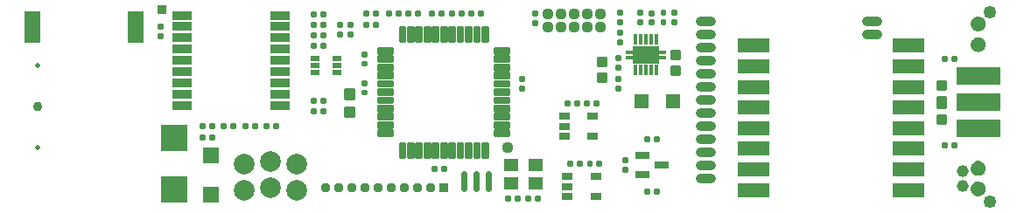
<source format=gts>
G04 EAGLE Gerber RS-274X export*
G75*
%MOMM*%
%FSLAX34Y34*%
%LPD*%
%INTop Solder Mask*%
%IPPOS*%
%AMOC8*
5,1,8,0,0,1.08239X$1,22.5*%
G01*
%ADD10C,0.927000*%
%ADD11C,0.477000*%
%ADD12C,0.376200*%
%ADD13C,1.127000*%
%ADD14C,0.927000*%
%ADD15C,0.444859*%
%ADD16C,0.577000*%
%ADD17C,2.006600*%
%ADD18R,0.939800X0.939800*%
%ADD19C,0.939800*%
%ADD20C,0.428259*%
%ADD21R,1.527000X3.127000*%
%ADD22R,1.927000X0.827000*%
%ADD23R,1.927000X0.927000*%
%ADD24R,2.527000X2.527000*%
%ADD25R,1.527000X1.527000*%
%ADD26R,0.423800X0.977000*%
%ADD27R,2.527000X1.777000*%
%ADD28R,0.827000X0.407000*%
%ADD29C,0.345438*%
%ADD30R,1.427000X1.427000*%
%ADD31R,0.939800X0.482600*%
%ADD32R,1.327000X1.227000*%
%ADD33R,1.104900X0.635000*%
%ADD34R,3.127000X1.327000*%
%ADD35R,4.191000X1.651000*%
%ADD36R,1.327000X0.727000*%
%ADD37C,1.177000*%
%ADD38R,0.927000X0.927000*%
%ADD39C,1.252000*%

G36*
X931347Y172888D02*
X931347Y172888D01*
X931393Y172901D01*
X931469Y172912D01*
X932707Y173284D01*
X932750Y173306D01*
X932822Y173332D01*
X933963Y173939D01*
X934001Y173968D01*
X934067Y174007D01*
X935067Y174825D01*
X935099Y174862D01*
X935155Y174913D01*
X935977Y175911D01*
X936001Y175953D01*
X936046Y176014D01*
X936658Y177153D01*
X936672Y177199D01*
X936705Y177268D01*
X937082Y178504D01*
X937088Y178552D01*
X937107Y178626D01*
X937235Y179912D01*
X937231Y179960D01*
X937235Y180036D01*
X937111Y181327D01*
X937098Y181373D01*
X937087Y181449D01*
X936713Y182691D01*
X936691Y182734D01*
X936665Y182806D01*
X936056Y183951D01*
X936027Y183989D01*
X935987Y184055D01*
X935166Y185059D01*
X935130Y185090D01*
X935079Y185147D01*
X934077Y185972D01*
X934035Y185996D01*
X933974Y186041D01*
X932831Y186655D01*
X932786Y186670D01*
X932717Y186703D01*
X931476Y187081D01*
X931428Y187087D01*
X931354Y187106D01*
X930063Y187235D01*
X930015Y187231D01*
X929938Y187235D01*
X928649Y187109D01*
X928603Y187095D01*
X928528Y187084D01*
X927289Y186709D01*
X927246Y186687D01*
X927216Y186676D01*
X927213Y186676D01*
X927211Y186674D01*
X927174Y186661D01*
X926032Y186051D01*
X925994Y186021D01*
X925928Y185982D01*
X924928Y185160D01*
X924896Y185124D01*
X924840Y185072D01*
X924018Y184072D01*
X923995Y184030D01*
X923949Y183968D01*
X923339Y182826D01*
X923324Y182781D01*
X923291Y182711D01*
X922916Y181473D01*
X922910Y181425D01*
X922892Y181351D01*
X922765Y180062D01*
X922769Y180014D01*
X922765Y179938D01*
X922892Y178649D01*
X922905Y178603D01*
X922916Y178528D01*
X923292Y177289D01*
X923314Y177246D01*
X923339Y177174D01*
X923950Y176032D01*
X923979Y175994D01*
X924019Y175929D01*
X924840Y174928D01*
X924877Y174897D01*
X924928Y174840D01*
X925929Y174019D01*
X925971Y173995D01*
X926032Y173950D01*
X927174Y173339D01*
X927220Y173325D01*
X927289Y173292D01*
X928528Y172916D01*
X928575Y172910D01*
X928649Y172892D01*
X929938Y172765D01*
X929985Y172769D01*
X930061Y172765D01*
X931347Y172888D01*
G37*
G36*
X931347Y152888D02*
X931347Y152888D01*
X931393Y152901D01*
X931469Y152912D01*
X932707Y153284D01*
X932750Y153306D01*
X932822Y153332D01*
X933963Y153939D01*
X934001Y153968D01*
X934067Y154007D01*
X935067Y154825D01*
X935099Y154862D01*
X935155Y154913D01*
X935977Y155911D01*
X936001Y155953D01*
X936046Y156014D01*
X936658Y157153D01*
X936672Y157199D01*
X936705Y157268D01*
X937082Y158504D01*
X937088Y158552D01*
X937107Y158626D01*
X937235Y159912D01*
X937231Y159960D01*
X937235Y160036D01*
X937111Y161327D01*
X937098Y161373D01*
X937087Y161449D01*
X936713Y162691D01*
X936691Y162734D01*
X936665Y162806D01*
X936056Y163951D01*
X936027Y163989D01*
X935987Y164055D01*
X935166Y165059D01*
X935130Y165090D01*
X935079Y165147D01*
X934077Y165972D01*
X934035Y165996D01*
X933974Y166041D01*
X932831Y166655D01*
X932786Y166670D01*
X932717Y166703D01*
X931476Y167081D01*
X931428Y167087D01*
X931354Y167106D01*
X930063Y167235D01*
X930015Y167231D01*
X929938Y167235D01*
X928649Y167109D01*
X928603Y167095D01*
X928528Y167084D01*
X927289Y166709D01*
X927246Y166687D01*
X927216Y166676D01*
X927213Y166676D01*
X927211Y166674D01*
X927174Y166661D01*
X926032Y166051D01*
X925994Y166021D01*
X925928Y165982D01*
X924928Y165160D01*
X924896Y165124D01*
X924840Y165072D01*
X924018Y164072D01*
X923995Y164030D01*
X923949Y163968D01*
X923339Y162826D01*
X923324Y162781D01*
X923291Y162711D01*
X922916Y161473D01*
X922910Y161425D01*
X922892Y161351D01*
X922765Y160062D01*
X922769Y160014D01*
X922765Y159938D01*
X922892Y158649D01*
X922905Y158603D01*
X922916Y158528D01*
X923292Y157289D01*
X923314Y157246D01*
X923339Y157174D01*
X923950Y156032D01*
X923979Y155994D01*
X924019Y155929D01*
X924840Y154928D01*
X924877Y154897D01*
X924928Y154840D01*
X925929Y154019D01*
X925971Y153995D01*
X926032Y153950D01*
X927174Y153339D01*
X927220Y153325D01*
X927289Y153292D01*
X928528Y152916D01*
X928575Y152910D01*
X928649Y152892D01*
X929938Y152765D01*
X929985Y152769D01*
X930061Y152765D01*
X931347Y152888D01*
G37*
G36*
X931347Y32888D02*
X931347Y32888D01*
X931393Y32901D01*
X931469Y32912D01*
X932707Y33284D01*
X932750Y33306D01*
X932822Y33332D01*
X933963Y33939D01*
X934001Y33968D01*
X934067Y34007D01*
X935067Y34825D01*
X935099Y34862D01*
X935155Y34913D01*
X935977Y35911D01*
X936001Y35953D01*
X936046Y36014D01*
X936658Y37153D01*
X936672Y37199D01*
X936705Y37268D01*
X937082Y38504D01*
X937088Y38552D01*
X937107Y38626D01*
X937235Y39912D01*
X937231Y39960D01*
X937235Y40036D01*
X937111Y41327D01*
X937098Y41373D01*
X937087Y41449D01*
X936713Y42691D01*
X936691Y42734D01*
X936665Y42806D01*
X936056Y43951D01*
X936027Y43989D01*
X935987Y44055D01*
X935166Y45059D01*
X935130Y45090D01*
X935079Y45147D01*
X934077Y45972D01*
X934035Y45996D01*
X933974Y46041D01*
X932831Y46655D01*
X932786Y46670D01*
X932717Y46703D01*
X931476Y47081D01*
X931428Y47087D01*
X931354Y47106D01*
X930063Y47235D01*
X930015Y47231D01*
X929938Y47235D01*
X928649Y47109D01*
X928603Y47095D01*
X928528Y47084D01*
X927289Y46709D01*
X927246Y46687D01*
X927216Y46676D01*
X927213Y46676D01*
X927211Y46674D01*
X927174Y46661D01*
X926032Y46051D01*
X925994Y46021D01*
X925928Y45982D01*
X924928Y45160D01*
X924896Y45124D01*
X924840Y45072D01*
X924018Y44072D01*
X923995Y44030D01*
X923949Y43968D01*
X923339Y42826D01*
X923324Y42781D01*
X923291Y42711D01*
X922916Y41473D01*
X922910Y41425D01*
X922892Y41351D01*
X922765Y40062D01*
X922769Y40014D01*
X922765Y39938D01*
X922892Y38649D01*
X922905Y38603D01*
X922916Y38528D01*
X923292Y37289D01*
X923314Y37246D01*
X923339Y37174D01*
X923950Y36032D01*
X923979Y35994D01*
X924019Y35929D01*
X924840Y34928D01*
X924877Y34897D01*
X924928Y34840D01*
X925929Y34019D01*
X925971Y33995D01*
X926032Y33950D01*
X927174Y33339D01*
X927220Y33325D01*
X927289Y33292D01*
X928528Y32916D01*
X928575Y32910D01*
X928649Y32892D01*
X929938Y32765D01*
X929985Y32769D01*
X930061Y32765D01*
X931347Y32888D01*
G37*
G36*
X931347Y12888D02*
X931347Y12888D01*
X931393Y12901D01*
X931469Y12912D01*
X932707Y13284D01*
X932750Y13306D01*
X932822Y13332D01*
X933963Y13939D01*
X934001Y13968D01*
X934067Y14007D01*
X935067Y14825D01*
X935099Y14862D01*
X935155Y14913D01*
X935977Y15911D01*
X936001Y15953D01*
X936046Y16014D01*
X936658Y17153D01*
X936672Y17199D01*
X936705Y17268D01*
X937082Y18504D01*
X937088Y18552D01*
X937107Y18626D01*
X937235Y19912D01*
X937231Y19960D01*
X937235Y20036D01*
X937111Y21327D01*
X937098Y21373D01*
X937087Y21449D01*
X936713Y22691D01*
X936691Y22734D01*
X936665Y22806D01*
X936056Y23951D01*
X936027Y23989D01*
X935987Y24055D01*
X935166Y25059D01*
X935130Y25090D01*
X935079Y25147D01*
X934077Y25972D01*
X934035Y25996D01*
X933974Y26041D01*
X932831Y26655D01*
X932786Y26670D01*
X932717Y26703D01*
X931476Y27081D01*
X931428Y27087D01*
X931354Y27106D01*
X930063Y27235D01*
X930015Y27231D01*
X929938Y27235D01*
X928649Y27109D01*
X928603Y27095D01*
X928528Y27084D01*
X927289Y26709D01*
X927246Y26687D01*
X927216Y26676D01*
X927213Y26676D01*
X927211Y26674D01*
X927174Y26661D01*
X926032Y26051D01*
X925994Y26021D01*
X925928Y25982D01*
X924928Y25160D01*
X924896Y25124D01*
X924840Y25072D01*
X924018Y24072D01*
X923995Y24030D01*
X923949Y23968D01*
X923339Y22826D01*
X923324Y22781D01*
X923291Y22711D01*
X922916Y21473D01*
X922910Y21425D01*
X922892Y21351D01*
X922765Y20062D01*
X922769Y20014D01*
X922765Y19938D01*
X922892Y18649D01*
X922905Y18603D01*
X922916Y18528D01*
X923292Y17289D01*
X923314Y17246D01*
X923339Y17174D01*
X923950Y16032D01*
X923979Y15994D01*
X924019Y15929D01*
X924840Y14928D01*
X924877Y14897D01*
X924928Y14840D01*
X925929Y14019D01*
X925971Y13995D01*
X926032Y13950D01*
X927174Y13339D01*
X927220Y13325D01*
X927289Y13292D01*
X928528Y12916D01*
X928575Y12910D01*
X928649Y12892D01*
X929938Y12765D01*
X929985Y12769D01*
X930061Y12765D01*
X931347Y12888D01*
G37*
D10*
X20000Y100000D03*
D11*
X20000Y140000D03*
X20000Y60000D03*
D12*
X412311Y40624D02*
X414819Y40624D01*
X414819Y38116D01*
X412311Y38116D01*
X412311Y40624D01*
X405569Y40624D02*
X403061Y40624D01*
X405569Y40624D02*
X405569Y38116D01*
X403061Y38116D01*
X403061Y40624D01*
D13*
X474472Y60198D03*
D14*
X661384Y30752D02*
X671384Y30752D01*
X671384Y183152D02*
X661384Y183152D01*
X821884Y183152D02*
X831884Y183152D01*
X831884Y170452D02*
X821884Y170452D01*
X671384Y43452D02*
X661384Y43452D01*
X661384Y56152D02*
X671384Y56152D01*
X671384Y68852D02*
X661384Y68852D01*
X661384Y81552D02*
X671384Y81552D01*
X671384Y94252D02*
X661384Y94252D01*
X661384Y106952D02*
X671384Y106952D01*
X671384Y119752D02*
X661384Y119752D01*
X661384Y132352D02*
X671384Y132352D01*
X671384Y144952D02*
X661384Y144952D01*
X661384Y157652D02*
X671384Y157652D01*
X671384Y170452D02*
X661384Y170452D01*
D15*
X371139Y63911D02*
X371139Y52089D01*
X371139Y63911D02*
X374361Y63911D01*
X374361Y52089D01*
X371139Y52089D01*
X371139Y56316D02*
X374361Y56316D01*
X374361Y60543D02*
X371139Y60543D01*
X379139Y63911D02*
X379139Y52089D01*
X379139Y63911D02*
X382361Y63911D01*
X382361Y52089D01*
X379139Y52089D01*
X379139Y56316D02*
X382361Y56316D01*
X382361Y60543D02*
X379139Y60543D01*
X387139Y63911D02*
X387139Y52089D01*
X387139Y63911D02*
X390361Y63911D01*
X390361Y52089D01*
X387139Y52089D01*
X387139Y56316D02*
X390361Y56316D01*
X390361Y60543D02*
X387139Y60543D01*
X395139Y63911D02*
X395139Y52089D01*
X395139Y63911D02*
X398361Y63911D01*
X398361Y52089D01*
X395139Y52089D01*
X395139Y56316D02*
X398361Y56316D01*
X398361Y60543D02*
X395139Y60543D01*
X403139Y63911D02*
X403139Y52089D01*
X403139Y63911D02*
X406361Y63911D01*
X406361Y52089D01*
X403139Y52089D01*
X403139Y56316D02*
X406361Y56316D01*
X406361Y60543D02*
X403139Y60543D01*
X411139Y63911D02*
X411139Y52089D01*
X411139Y63911D02*
X414361Y63911D01*
X414361Y52089D01*
X411139Y52089D01*
X411139Y56316D02*
X414361Y56316D01*
X414361Y60543D02*
X411139Y60543D01*
X419139Y63911D02*
X419139Y52089D01*
X419139Y63911D02*
X422361Y63911D01*
X422361Y52089D01*
X419139Y52089D01*
X419139Y56316D02*
X422361Y56316D01*
X422361Y60543D02*
X419139Y60543D01*
X427139Y63911D02*
X427139Y52089D01*
X427139Y63911D02*
X430361Y63911D01*
X430361Y52089D01*
X427139Y52089D01*
X427139Y56316D02*
X430361Y56316D01*
X430361Y60543D02*
X427139Y60543D01*
X435139Y63911D02*
X435139Y52089D01*
X435139Y63911D02*
X438361Y63911D01*
X438361Y52089D01*
X435139Y52089D01*
X435139Y56316D02*
X438361Y56316D01*
X438361Y60543D02*
X435139Y60543D01*
X443139Y63911D02*
X443139Y52089D01*
X443139Y63911D02*
X446361Y63911D01*
X446361Y52089D01*
X443139Y52089D01*
X443139Y56316D02*
X446361Y56316D01*
X446361Y60543D02*
X443139Y60543D01*
X451139Y63911D02*
X451139Y52089D01*
X451139Y63911D02*
X454361Y63911D01*
X454361Y52089D01*
X451139Y52089D01*
X451139Y56316D02*
X454361Y56316D01*
X454361Y60543D02*
X451139Y60543D01*
X463139Y72689D02*
X474961Y72689D01*
X463139Y72689D02*
X463139Y75911D01*
X474961Y75911D01*
X474961Y72689D01*
X474961Y80689D02*
X463139Y80689D01*
X463139Y83911D01*
X474961Y83911D01*
X474961Y80689D01*
X474961Y88689D02*
X463139Y88689D01*
X463139Y91911D01*
X474961Y91911D01*
X474961Y88689D01*
X474961Y96689D02*
X463139Y96689D01*
X463139Y99911D01*
X474961Y99911D01*
X474961Y96689D01*
X474961Y104689D02*
X463139Y104689D01*
X463139Y107911D01*
X474961Y107911D01*
X474961Y104689D01*
X474961Y112689D02*
X463139Y112689D01*
X463139Y115911D01*
X474961Y115911D01*
X474961Y112689D01*
X474961Y120689D02*
X463139Y120689D01*
X463139Y123911D01*
X474961Y123911D01*
X474961Y120689D01*
X474961Y128689D02*
X463139Y128689D01*
X463139Y131911D01*
X474961Y131911D01*
X474961Y128689D01*
X474961Y136689D02*
X463139Y136689D01*
X463139Y139911D01*
X474961Y139911D01*
X474961Y136689D01*
X474961Y144689D02*
X463139Y144689D01*
X463139Y147911D01*
X474961Y147911D01*
X474961Y144689D01*
X474961Y152689D02*
X463139Y152689D01*
X463139Y155911D01*
X474961Y155911D01*
X474961Y152689D01*
X454361Y164689D02*
X454361Y176511D01*
X454361Y164689D02*
X451139Y164689D01*
X451139Y176511D01*
X454361Y176511D01*
X454361Y168916D02*
X451139Y168916D01*
X451139Y173143D02*
X454361Y173143D01*
X446361Y176511D02*
X446361Y164689D01*
X443139Y164689D01*
X443139Y176511D01*
X446361Y176511D01*
X446361Y168916D02*
X443139Y168916D01*
X443139Y173143D02*
X446361Y173143D01*
X438361Y176511D02*
X438361Y164689D01*
X435139Y164689D01*
X435139Y176511D01*
X438361Y176511D01*
X438361Y168916D02*
X435139Y168916D01*
X435139Y173143D02*
X438361Y173143D01*
X430361Y176511D02*
X430361Y164689D01*
X427139Y164689D01*
X427139Y176511D01*
X430361Y176511D01*
X430361Y168916D02*
X427139Y168916D01*
X427139Y173143D02*
X430361Y173143D01*
X422361Y176511D02*
X422361Y164689D01*
X419139Y164689D01*
X419139Y176511D01*
X422361Y176511D01*
X422361Y168916D02*
X419139Y168916D01*
X419139Y173143D02*
X422361Y173143D01*
X414361Y176511D02*
X414361Y164689D01*
X411139Y164689D01*
X411139Y176511D01*
X414361Y176511D01*
X414361Y168916D02*
X411139Y168916D01*
X411139Y173143D02*
X414361Y173143D01*
X406361Y176511D02*
X406361Y164689D01*
X403139Y164689D01*
X403139Y176511D01*
X406361Y176511D01*
X406361Y168916D02*
X403139Y168916D01*
X403139Y173143D02*
X406361Y173143D01*
X398361Y176511D02*
X398361Y164689D01*
X395139Y164689D01*
X395139Y176511D01*
X398361Y176511D01*
X398361Y168916D02*
X395139Y168916D01*
X395139Y173143D02*
X398361Y173143D01*
X390361Y176511D02*
X390361Y164689D01*
X387139Y164689D01*
X387139Y176511D01*
X390361Y176511D01*
X390361Y168916D02*
X387139Y168916D01*
X387139Y173143D02*
X390361Y173143D01*
X382361Y176511D02*
X382361Y164689D01*
X379139Y164689D01*
X379139Y176511D01*
X382361Y176511D01*
X382361Y168916D02*
X379139Y168916D01*
X379139Y173143D02*
X382361Y173143D01*
X374361Y176511D02*
X374361Y164689D01*
X371139Y164689D01*
X371139Y176511D01*
X374361Y176511D01*
X374361Y168916D02*
X371139Y168916D01*
X371139Y173143D02*
X374361Y173143D01*
X362361Y155911D02*
X350539Y155911D01*
X362361Y155911D02*
X362361Y152689D01*
X350539Y152689D01*
X350539Y155911D01*
X350539Y147911D02*
X362361Y147911D01*
X362361Y144689D01*
X350539Y144689D01*
X350539Y147911D01*
X350539Y139911D02*
X362361Y139911D01*
X362361Y136689D01*
X350539Y136689D01*
X350539Y139911D01*
X350539Y131911D02*
X362361Y131911D01*
X362361Y128689D01*
X350539Y128689D01*
X350539Y131911D01*
X350539Y123911D02*
X362361Y123911D01*
X362361Y120689D01*
X350539Y120689D01*
X350539Y123911D01*
X350539Y115911D02*
X362361Y115911D01*
X362361Y112689D01*
X350539Y112689D01*
X350539Y115911D01*
X350539Y107911D02*
X362361Y107911D01*
X362361Y104689D01*
X350539Y104689D01*
X350539Y107911D01*
X350539Y99911D02*
X362361Y99911D01*
X362361Y96689D01*
X350539Y96689D01*
X350539Y99911D01*
X350539Y91911D02*
X362361Y91911D01*
X362361Y88689D01*
X350539Y88689D01*
X350539Y91911D01*
X350539Y83911D02*
X362361Y83911D01*
X362361Y80689D01*
X350539Y80689D01*
X350539Y83911D01*
X350539Y75911D02*
X362361Y75911D01*
X362361Y72689D01*
X350539Y72689D01*
X350539Y75911D01*
D16*
X432500Y34961D02*
X432500Y20411D01*
X444500Y20411D02*
X444500Y34961D01*
X456500Y34961D02*
X456500Y20411D01*
D12*
X487696Y125291D02*
X487696Y127799D01*
X490204Y127799D01*
X490204Y125291D01*
X487696Y125291D01*
X487696Y118549D02*
X487696Y116041D01*
X487696Y118549D02*
X490204Y118549D01*
X490204Y116041D01*
X487696Y116041D01*
X337804Y114739D02*
X337804Y112231D01*
X335296Y112231D01*
X335296Y114739D01*
X337804Y114739D01*
X337804Y121481D02*
X337804Y123989D01*
X337804Y121481D02*
X335296Y121481D01*
X335296Y123989D01*
X337804Y123989D01*
X428821Y191754D02*
X431329Y191754D01*
X431329Y189246D01*
X428821Y189246D01*
X428821Y191754D01*
X422079Y191754D02*
X419571Y191754D01*
X422079Y191754D02*
X422079Y189246D01*
X419571Y189246D01*
X419571Y191754D01*
X500154Y191563D02*
X500154Y189055D01*
X500154Y191563D02*
X502662Y191563D01*
X502662Y189055D01*
X500154Y189055D01*
X500154Y182313D02*
X500154Y179805D01*
X500154Y182313D02*
X502662Y182313D01*
X502662Y179805D01*
X500154Y179805D01*
X403029Y189246D02*
X400521Y189246D01*
X400521Y191754D01*
X403029Y191754D01*
X403029Y189246D01*
X409771Y189246D02*
X412279Y189246D01*
X409771Y189246D02*
X409771Y191754D01*
X412279Y191754D01*
X412279Y189246D01*
D17*
X270826Y44348D03*
X270826Y18948D03*
X245426Y46888D03*
X245426Y21488D03*
X220026Y44348D03*
X220026Y18948D03*
D18*
X412750Y21082D03*
D19*
X400050Y21082D03*
X387350Y21082D03*
X374650Y21082D03*
X361950Y21082D03*
X349250Y21082D03*
X336550Y21082D03*
X323850Y21082D03*
X311150Y21082D03*
X298450Y21082D03*
D12*
X324342Y168365D02*
X324342Y170873D01*
X324342Y168365D02*
X321834Y168365D01*
X321834Y170873D01*
X324342Y170873D01*
X324342Y177615D02*
X324342Y180123D01*
X324342Y177615D02*
X321834Y177615D01*
X321834Y180123D01*
X324342Y180123D01*
X311420Y180123D02*
X311420Y177615D01*
X311420Y180123D02*
X313928Y180123D01*
X313928Y177615D01*
X311420Y177615D01*
X311420Y170873D02*
X311420Y168365D01*
X311420Y170873D02*
X313928Y170873D01*
X313928Y168365D01*
X311420Y168365D01*
X337804Y142679D02*
X337804Y140171D01*
X335296Y140171D01*
X335296Y142679D01*
X337804Y142679D01*
X337804Y149421D02*
X337804Y151929D01*
X337804Y149421D02*
X335296Y149421D01*
X335296Y151929D01*
X337804Y151929D01*
D20*
X325058Y98102D02*
X318070Y98102D01*
X325058Y98102D02*
X325058Y91114D01*
X318070Y91114D01*
X318070Y98102D01*
X318070Y95183D02*
X325058Y95183D01*
X325058Y115642D02*
X318070Y115642D01*
X325058Y115642D02*
X325058Y108654D01*
X318070Y108654D01*
X318070Y115642D01*
X318070Y112723D02*
X325058Y112723D01*
D21*
X115000Y177000D03*
X15000Y177000D03*
D22*
X254500Y101000D03*
D23*
X254500Y111500D03*
X254500Y122500D03*
X254500Y133500D03*
X254500Y144500D03*
X254500Y155500D03*
X254500Y166500D03*
X254500Y177500D03*
D22*
X254500Y188000D03*
X159500Y188000D03*
D23*
X159500Y177500D03*
X159500Y166500D03*
X159500Y155500D03*
X159500Y144500D03*
X159500Y133500D03*
X159500Y122500D03*
X159500Y111500D03*
D22*
X159500Y101000D03*
D12*
X286221Y93996D02*
X288729Y93996D01*
X286221Y93996D02*
X286221Y96504D01*
X288729Y96504D01*
X288729Y93996D01*
X295471Y93996D02*
X297979Y93996D01*
X295471Y93996D02*
X295471Y96504D01*
X297979Y96504D01*
X297979Y93996D01*
X288729Y104410D02*
X286221Y104410D01*
X286221Y106918D01*
X288729Y106918D01*
X288729Y104410D01*
X295471Y104410D02*
X297979Y104410D01*
X295471Y104410D02*
X295471Y106918D01*
X297979Y106918D01*
X297979Y104410D01*
X222689Y79772D02*
X220181Y79772D01*
X220181Y82280D01*
X222689Y82280D01*
X222689Y79772D01*
X229431Y79772D02*
X231939Y79772D01*
X229431Y79772D02*
X229431Y82280D01*
X231939Y82280D01*
X231939Y79772D01*
X180779Y79772D02*
X178271Y79772D01*
X178271Y82280D01*
X180779Y82280D01*
X180779Y79772D01*
X187521Y79772D02*
X190029Y79772D01*
X187521Y79772D02*
X187521Y82280D01*
X190029Y82280D01*
X190029Y79772D01*
X295471Y170164D02*
X297979Y170164D01*
X297979Y167656D01*
X295471Y167656D01*
X295471Y170164D01*
X288729Y170164D02*
X286221Y170164D01*
X288729Y170164D02*
X288729Y167656D01*
X286221Y167656D01*
X286221Y170164D01*
X295471Y180324D02*
X297979Y180324D01*
X297979Y177816D01*
X295471Y177816D01*
X295471Y180324D01*
X288729Y180324D02*
X286221Y180324D01*
X288729Y180324D02*
X288729Y177816D01*
X286221Y177816D01*
X286221Y180324D01*
X295471Y190484D02*
X297979Y190484D01*
X297979Y187976D01*
X295471Y187976D01*
X295471Y190484D01*
X288729Y190484D02*
X286221Y190484D01*
X288729Y190484D02*
X288729Y187976D01*
X286221Y187976D01*
X286221Y190484D01*
X190029Y71104D02*
X187521Y71104D01*
X190029Y71104D02*
X190029Y68596D01*
X187521Y68596D01*
X187521Y71104D01*
X180779Y71104D02*
X178271Y71104D01*
X180779Y71104D02*
X180779Y68596D01*
X178271Y68596D01*
X178271Y71104D01*
D24*
X152400Y69450D03*
X152400Y19450D03*
D25*
X187706Y52528D03*
X187706Y14528D03*
D26*
X598642Y135250D03*
X603642Y135250D03*
X608642Y135250D03*
X613642Y135250D03*
X618642Y135250D03*
X618642Y164750D03*
X613642Y164750D03*
X608642Y164750D03*
X603642Y164750D03*
X598642Y164750D03*
D27*
X608642Y150000D03*
D28*
X593642Y152500D03*
X593642Y147500D03*
X623642Y152500D03*
X623642Y147500D03*
D12*
X612618Y189239D02*
X612618Y191747D01*
X615126Y191747D01*
X615126Y189239D01*
X612618Y189239D01*
X612618Y182497D02*
X612618Y179989D01*
X612618Y182497D02*
X615126Y182497D01*
X615126Y179989D01*
X612618Y179989D01*
X604356Y180119D02*
X604356Y182627D01*
X604356Y180119D02*
X601848Y180119D01*
X601848Y182627D01*
X604356Y182627D01*
X604356Y189369D02*
X604356Y191877D01*
X604356Y189369D02*
X601848Y189369D01*
X601848Y191877D01*
X604356Y191877D01*
D29*
X633789Y153565D02*
X633789Y146859D01*
X633789Y153565D02*
X640495Y153565D01*
X640495Y146859D01*
X633789Y146859D01*
X633789Y150140D02*
X640495Y150140D01*
X640495Y153421D02*
X633789Y153421D01*
X633789Y138325D02*
X633789Y131619D01*
X633789Y138325D02*
X640495Y138325D01*
X640495Y131619D01*
X633789Y131619D01*
X633789Y134900D02*
X640495Y134900D01*
X640495Y138181D02*
X633789Y138181D01*
D12*
X580888Y145471D02*
X580888Y147979D01*
X583396Y147979D01*
X583396Y145471D01*
X580888Y145471D01*
X580888Y138729D02*
X580888Y136221D01*
X580888Y138729D02*
X583396Y138729D01*
X583396Y136221D01*
X580888Y136221D01*
X582644Y170273D02*
X582644Y172781D01*
X585152Y172781D01*
X585152Y170273D01*
X582644Y170273D01*
X582644Y163531D02*
X582644Y161023D01*
X582644Y163531D02*
X585152Y163531D01*
X585152Y161023D01*
X582644Y161023D01*
X582644Y189323D02*
X582644Y191831D01*
X585152Y191831D01*
X585152Y189323D01*
X582644Y189323D01*
X582644Y182581D02*
X582644Y180073D01*
X582644Y182581D02*
X585152Y182581D01*
X585152Y180073D01*
X582644Y180073D01*
D29*
X563039Y146512D02*
X563039Y139806D01*
X563039Y146512D02*
X569745Y146512D01*
X569745Y139806D01*
X563039Y139806D01*
X563039Y143087D02*
X569745Y143087D01*
X569745Y146368D02*
X563039Y146368D01*
X563039Y131272D02*
X563039Y124566D01*
X563039Y131272D02*
X569745Y131272D01*
X569745Y124566D01*
X563039Y124566D01*
X563039Y127847D02*
X569745Y127847D01*
X569745Y131128D02*
X563039Y131128D01*
D30*
X634526Y104732D03*
X604526Y104732D03*
D31*
X288544Y146200D03*
X288544Y139700D03*
X288544Y133200D03*
X309372Y133200D03*
X309372Y139700D03*
X309372Y146200D03*
D12*
X288729Y157496D02*
X286221Y157496D01*
X286221Y160004D01*
X288729Y160004D01*
X288729Y157496D01*
X295471Y157496D02*
X297979Y157496D01*
X295471Y157496D02*
X295471Y160004D01*
X297979Y160004D01*
X297979Y157496D01*
X502989Y11922D02*
X505497Y11922D01*
X505497Y9414D01*
X502989Y9414D01*
X502989Y11922D01*
X496247Y11922D02*
X493739Y11922D01*
X496247Y11922D02*
X496247Y9414D01*
X493739Y9414D01*
X493739Y11922D01*
X476689Y9414D02*
X474181Y9414D01*
X474181Y11922D01*
X476689Y11922D01*
X476689Y9414D01*
X483431Y9414D02*
X485939Y9414D01*
X483431Y9414D02*
X483431Y11922D01*
X485939Y11922D01*
X485939Y9414D01*
D13*
X526414Y177196D03*
X539114Y177196D03*
X551814Y177196D03*
X564514Y177196D03*
X513714Y177196D03*
X526414Y189896D03*
X539114Y189896D03*
X551814Y189896D03*
X564514Y189896D03*
X513714Y189896D03*
D32*
X478470Y25540D03*
X501970Y25540D03*
X501970Y43040D03*
X478470Y43040D03*
D12*
X450379Y191754D02*
X447871Y191754D01*
X450379Y191754D02*
X450379Y189246D01*
X447871Y189246D01*
X447871Y191754D01*
X441129Y191754D02*
X438621Y191754D01*
X441129Y191754D02*
X441129Y189246D01*
X438621Y189246D01*
X438621Y191754D01*
X905706Y147304D02*
X908214Y147304D01*
X908214Y144796D01*
X905706Y144796D01*
X905706Y147304D01*
X898964Y147304D02*
X896456Y147304D01*
X898964Y147304D02*
X898964Y144796D01*
X896456Y144796D01*
X896456Y147304D01*
X243009Y79772D02*
X240501Y79772D01*
X240501Y82280D01*
X243009Y82280D01*
X243009Y79772D01*
X249751Y79772D02*
X252259Y79772D01*
X249751Y79772D02*
X249751Y82280D01*
X252259Y82280D01*
X252259Y79772D01*
X201099Y79772D02*
X198591Y79772D01*
X198591Y82280D01*
X201099Y82280D01*
X201099Y79772D01*
X207841Y79772D02*
X210349Y79772D01*
X207841Y79772D02*
X207841Y82280D01*
X210349Y82280D01*
X210349Y79772D01*
D33*
X529908Y90272D03*
X529908Y80772D03*
X529908Y71272D03*
X557213Y71272D03*
X557213Y90272D03*
X532702Y31852D03*
X532702Y22352D03*
X532702Y12852D03*
X560007Y12852D03*
X560007Y31852D03*
D12*
X552889Y101870D02*
X550381Y101870D01*
X550381Y104378D01*
X552889Y104378D01*
X552889Y101870D01*
X559631Y101870D02*
X562139Y101870D01*
X559631Y101870D02*
X559631Y104378D01*
X562139Y104378D01*
X562139Y101870D01*
X562425Y45958D02*
X564933Y45958D01*
X564933Y43450D01*
X562425Y43450D01*
X562425Y45958D01*
X555683Y45958D02*
X553175Y45958D01*
X555683Y45958D02*
X555683Y43450D01*
X553175Y43450D01*
X553175Y45958D01*
X545883Y45958D02*
X543375Y45958D01*
X545883Y45958D02*
X545883Y43450D01*
X543375Y43450D01*
X543375Y45958D01*
X536633Y45958D02*
X534125Y45958D01*
X536633Y45958D02*
X536633Y43450D01*
X534125Y43450D01*
X534125Y45958D01*
X540581Y104378D02*
X543089Y104378D01*
X543089Y101870D01*
X540581Y101870D01*
X540581Y104378D01*
X533839Y104378D02*
X531331Y104378D01*
X533839Y104378D02*
X533839Y101870D01*
X531331Y101870D01*
X531331Y104378D01*
X348779Y180324D02*
X346271Y180324D01*
X348779Y180324D02*
X348779Y177816D01*
X346271Y177816D01*
X346271Y180324D01*
X339529Y180324D02*
X337021Y180324D01*
X339529Y180324D02*
X339529Y177816D01*
X337021Y177816D01*
X337021Y180324D01*
X337021Y189246D02*
X339529Y189246D01*
X337021Y189246D02*
X337021Y191754D01*
X339529Y191754D01*
X339529Y189246D01*
X346271Y189246D02*
X348779Y189246D01*
X346271Y189246D02*
X346271Y191754D01*
X348779Y191754D01*
X348779Y189246D01*
X140358Y169129D02*
X140358Y166621D01*
X137850Y166621D01*
X137850Y169129D01*
X140358Y169129D01*
X140358Y175871D02*
X140358Y178379D01*
X140358Y175871D02*
X137850Y175871D01*
X137850Y178379D01*
X140358Y178379D01*
D34*
X712400Y98900D03*
X712400Y118900D03*
X712400Y138900D03*
X712400Y158900D03*
X712400Y78900D03*
X712400Y58900D03*
X712400Y38900D03*
X712400Y18900D03*
X862400Y18900D03*
X862400Y38900D03*
X862400Y58900D03*
X862400Y78900D03*
X862400Y98900D03*
X862400Y118900D03*
X862400Y138900D03*
X862400Y158900D03*
D35*
X930000Y78984D03*
X930000Y129784D03*
X930000Y104384D03*
D12*
X898964Y60976D02*
X896456Y60976D01*
X896456Y63484D01*
X898964Y63484D01*
X898964Y60976D01*
X905706Y60976D02*
X908214Y60976D01*
X905706Y60976D02*
X905706Y63484D01*
X908214Y63484D01*
X908214Y60976D01*
X580942Y125037D02*
X580942Y127545D01*
X583450Y127545D01*
X583450Y125037D01*
X580942Y125037D01*
X580942Y118295D02*
X580942Y115787D01*
X580942Y118295D02*
X583450Y118295D01*
X583450Y115787D01*
X580942Y115787D01*
X637604Y180049D02*
X637604Y182557D01*
X637604Y180049D02*
X635096Y180049D01*
X635096Y182557D01*
X637604Y182557D01*
X637604Y189299D02*
X637604Y191807D01*
X637604Y189299D02*
X635096Y189299D01*
X635096Y191807D01*
X637604Y191807D01*
X624302Y191807D02*
X624302Y189299D01*
X624302Y191807D02*
X626810Y191807D01*
X626810Y189299D01*
X624302Y189299D01*
X624302Y182557D02*
X624302Y180049D01*
X624302Y182557D02*
X626810Y182557D01*
X626810Y180049D01*
X624302Y180049D01*
D36*
X623426Y43180D03*
X605426Y33680D03*
X605426Y52680D03*
D29*
X898353Y102027D02*
X898353Y108733D01*
X898353Y102027D02*
X891647Y102027D01*
X891647Y108733D01*
X898353Y108733D01*
X898353Y105308D02*
X891647Y105308D01*
X891647Y108589D02*
X898353Y108589D01*
X898353Y117267D02*
X898353Y123973D01*
X898353Y117267D02*
X891647Y117267D01*
X891647Y123973D01*
X898353Y123973D01*
X898353Y120548D02*
X891647Y120548D01*
X891647Y123829D02*
X898353Y123829D01*
X891647Y105973D02*
X891647Y99267D01*
X891647Y105973D02*
X898353Y105973D01*
X898353Y99267D01*
X891647Y99267D01*
X891647Y102548D02*
X898353Y102548D01*
X898353Y105829D02*
X891647Y105829D01*
X891647Y90733D02*
X891647Y84027D01*
X891647Y90733D02*
X898353Y90733D01*
X898353Y84027D01*
X891647Y84027D01*
X891647Y87308D02*
X898353Y87308D01*
X898353Y90589D02*
X891647Y90589D01*
D37*
X915488Y37500D03*
X915488Y22500D03*
D12*
X620305Y69834D02*
X617797Y69834D01*
X620305Y69834D02*
X620305Y67326D01*
X617797Y67326D01*
X617797Y69834D01*
X611055Y69834D02*
X608547Y69834D01*
X611055Y69834D02*
X611055Y67326D01*
X608547Y67326D01*
X608547Y69834D01*
X608547Y16526D02*
X611055Y16526D01*
X608547Y16526D02*
X608547Y19034D01*
X611055Y19034D01*
X611055Y16526D01*
X617797Y16526D02*
X620305Y16526D01*
X617797Y16526D02*
X617797Y19034D01*
X620305Y19034D01*
X620305Y16526D01*
X380169Y189246D02*
X377661Y189246D01*
X377661Y191754D01*
X380169Y191754D01*
X380169Y189246D01*
X386911Y189246D02*
X389419Y189246D01*
X386911Y189246D02*
X386911Y191754D01*
X389419Y191754D01*
X389419Y189246D01*
X361373Y189246D02*
X358865Y189246D01*
X358865Y191754D01*
X361373Y191754D01*
X361373Y189246D01*
X368115Y189246D02*
X370623Y189246D01*
X368115Y189246D02*
X368115Y191754D01*
X370623Y191754D01*
X370623Y189246D01*
X590280Y39809D02*
X590280Y37301D01*
X587772Y37301D01*
X587772Y39809D01*
X590280Y39809D01*
X590280Y46551D02*
X590280Y49059D01*
X590280Y46551D02*
X587772Y46551D01*
X587772Y49059D01*
X590280Y49059D01*
D38*
X140010Y194084D03*
D39*
X941594Y191548D03*
X941594Y7842D03*
M02*

</source>
